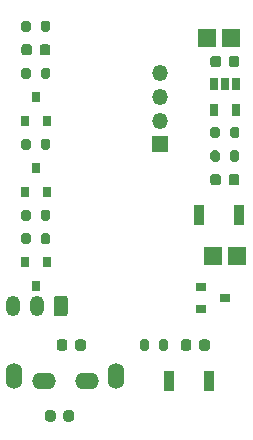
<source format=gbr>
G04 #@! TF.GenerationSoftware,KiCad,Pcbnew,(5.1.10)-1*
G04 #@! TF.CreationDate,2021-12-13T18:57:16+09:00*
G04 #@! TF.ProjectId,cat_toilet,6361745f-746f-4696-9c65-742e6b696361,rev?*
G04 #@! TF.SameCoordinates,Original*
G04 #@! TF.FileFunction,Soldermask,Bot*
G04 #@! TF.FilePolarity,Negative*
%FSLAX46Y46*%
G04 Gerber Fmt 4.6, Leading zero omitted, Abs format (unit mm)*
G04 Created by KiCad (PCBNEW (5.1.10)-1) date 2021-12-13 18:57:16*
%MOMM*%
%LPD*%
G01*
G04 APERTURE LIST*
%ADD10O,1.200000X1.750000*%
%ADD11R,1.500000X1.500000*%
%ADD12R,0.650000X1.060000*%
%ADD13O,2.000000X1.400000*%
%ADD14O,1.400000X2.200000*%
%ADD15R,0.900000X0.800000*%
%ADD16R,0.900000X1.700000*%
%ADD17R,0.800000X0.900000*%
%ADD18O,1.350000X1.350000*%
%ADD19R,1.350000X1.350000*%
G04 APERTURE END LIST*
D10*
X2100000Y-36200000D03*
X4100000Y-36200000D03*
G36*
G01*
X6700000Y-35574999D02*
X6700000Y-36825001D01*
G75*
G02*
X6450001Y-37075000I-249999J0D01*
G01*
X5749999Y-37075000D01*
G75*
G02*
X5500000Y-36825001I0J249999D01*
G01*
X5500000Y-35574999D01*
G75*
G02*
X5749999Y-35325000I249999J0D01*
G01*
X6450001Y-35325000D01*
G75*
G02*
X6700000Y-35574999I0J-249999D01*
G01*
G37*
D11*
X18500000Y-13500000D03*
X20500000Y-13500000D03*
D12*
X19050000Y-19600000D03*
X20950000Y-19600000D03*
X20950000Y-17400000D03*
X20000000Y-17400000D03*
X19050000Y-17400000D03*
D13*
X4700000Y-42500000D03*
X8300000Y-42500000D03*
D14*
X2175000Y-42100000D03*
X10825000Y-42100000D03*
D15*
X20000000Y-35500000D03*
X18000000Y-34550000D03*
X18000000Y-36450000D03*
D11*
X21000000Y-32000000D03*
X19000000Y-32000000D03*
D16*
X18700000Y-42500000D03*
X15300000Y-42500000D03*
X21200000Y-28500000D03*
X17800000Y-28500000D03*
G36*
G01*
X4425000Y-22775000D02*
X4425000Y-22225000D01*
G75*
G02*
X4625000Y-22025000I200000J0D01*
G01*
X5025000Y-22025000D01*
G75*
G02*
X5225000Y-22225000I0J-200000D01*
G01*
X5225000Y-22775000D01*
G75*
G02*
X5025000Y-22975000I-200000J0D01*
G01*
X4625000Y-22975000D01*
G75*
G02*
X4425000Y-22775000I0J200000D01*
G01*
G37*
G36*
G01*
X2775000Y-22775000D02*
X2775000Y-22225000D01*
G75*
G02*
X2975000Y-22025000I200000J0D01*
G01*
X3375000Y-22025000D01*
G75*
G02*
X3575000Y-22225000I0J-200000D01*
G01*
X3575000Y-22775000D01*
G75*
G02*
X3375000Y-22975000I-200000J0D01*
G01*
X2975000Y-22975000D01*
G75*
G02*
X2775000Y-22775000I0J200000D01*
G01*
G37*
G36*
G01*
X14425000Y-39775000D02*
X14425000Y-39225000D01*
G75*
G02*
X14625000Y-39025000I200000J0D01*
G01*
X15025000Y-39025000D01*
G75*
G02*
X15225000Y-39225000I0J-200000D01*
G01*
X15225000Y-39775000D01*
G75*
G02*
X15025000Y-39975000I-200000J0D01*
G01*
X14625000Y-39975000D01*
G75*
G02*
X14425000Y-39775000I0J200000D01*
G01*
G37*
G36*
G01*
X12775000Y-39775000D02*
X12775000Y-39225000D01*
G75*
G02*
X12975000Y-39025000I200000J0D01*
G01*
X13375000Y-39025000D01*
G75*
G02*
X13575000Y-39225000I0J-200000D01*
G01*
X13575000Y-39775000D01*
G75*
G02*
X13375000Y-39975000I-200000J0D01*
G01*
X12975000Y-39975000D01*
G75*
G02*
X12775000Y-39775000I0J200000D01*
G01*
G37*
G36*
G01*
X3575000Y-12225000D02*
X3575000Y-12775000D01*
G75*
G02*
X3375000Y-12975000I-200000J0D01*
G01*
X2975000Y-12975000D01*
G75*
G02*
X2775000Y-12775000I0J200000D01*
G01*
X2775000Y-12225000D01*
G75*
G02*
X2975000Y-12025000I200000J0D01*
G01*
X3375000Y-12025000D01*
G75*
G02*
X3575000Y-12225000I0J-200000D01*
G01*
G37*
G36*
G01*
X5225000Y-12225000D02*
X5225000Y-12775000D01*
G75*
G02*
X5025000Y-12975000I-200000J0D01*
G01*
X4625000Y-12975000D01*
G75*
G02*
X4425000Y-12775000I0J200000D01*
G01*
X4425000Y-12225000D01*
G75*
G02*
X4625000Y-12025000I200000J0D01*
G01*
X5025000Y-12025000D01*
G75*
G02*
X5225000Y-12225000I0J-200000D01*
G01*
G37*
G36*
G01*
X3575000Y-30225000D02*
X3575000Y-30775000D01*
G75*
G02*
X3375000Y-30975000I-200000J0D01*
G01*
X2975000Y-30975000D01*
G75*
G02*
X2775000Y-30775000I0J200000D01*
G01*
X2775000Y-30225000D01*
G75*
G02*
X2975000Y-30025000I200000J0D01*
G01*
X3375000Y-30025000D01*
G75*
G02*
X3575000Y-30225000I0J-200000D01*
G01*
G37*
G36*
G01*
X5225000Y-30225000D02*
X5225000Y-30775000D01*
G75*
G02*
X5025000Y-30975000I-200000J0D01*
G01*
X4625000Y-30975000D01*
G75*
G02*
X4425000Y-30775000I0J200000D01*
G01*
X4425000Y-30225000D01*
G75*
G02*
X4625000Y-30025000I200000J0D01*
G01*
X5025000Y-30025000D01*
G75*
G02*
X5225000Y-30225000I0J-200000D01*
G01*
G37*
G36*
G01*
X20425000Y-23775000D02*
X20425000Y-23225000D01*
G75*
G02*
X20625000Y-23025000I200000J0D01*
G01*
X21025000Y-23025000D01*
G75*
G02*
X21225000Y-23225000I0J-200000D01*
G01*
X21225000Y-23775000D01*
G75*
G02*
X21025000Y-23975000I-200000J0D01*
G01*
X20625000Y-23975000D01*
G75*
G02*
X20425000Y-23775000I0J200000D01*
G01*
G37*
G36*
G01*
X18775000Y-23775000D02*
X18775000Y-23225000D01*
G75*
G02*
X18975000Y-23025000I200000J0D01*
G01*
X19375000Y-23025000D01*
G75*
G02*
X19575000Y-23225000I0J-200000D01*
G01*
X19575000Y-23775000D01*
G75*
G02*
X19375000Y-23975000I-200000J0D01*
G01*
X18975000Y-23975000D01*
G75*
G02*
X18775000Y-23775000I0J200000D01*
G01*
G37*
G36*
G01*
X20425000Y-21775000D02*
X20425000Y-21225000D01*
G75*
G02*
X20625000Y-21025000I200000J0D01*
G01*
X21025000Y-21025000D01*
G75*
G02*
X21225000Y-21225000I0J-200000D01*
G01*
X21225000Y-21775000D01*
G75*
G02*
X21025000Y-21975000I-200000J0D01*
G01*
X20625000Y-21975000D01*
G75*
G02*
X20425000Y-21775000I0J200000D01*
G01*
G37*
G36*
G01*
X18775000Y-21775000D02*
X18775000Y-21225000D01*
G75*
G02*
X18975000Y-21025000I200000J0D01*
G01*
X19375000Y-21025000D01*
G75*
G02*
X19575000Y-21225000I0J-200000D01*
G01*
X19575000Y-21775000D01*
G75*
G02*
X19375000Y-21975000I-200000J0D01*
G01*
X18975000Y-21975000D01*
G75*
G02*
X18775000Y-21775000I0J200000D01*
G01*
G37*
G36*
G01*
X3575000Y-28225000D02*
X3575000Y-28775000D01*
G75*
G02*
X3375000Y-28975000I-200000J0D01*
G01*
X2975000Y-28975000D01*
G75*
G02*
X2775000Y-28775000I0J200000D01*
G01*
X2775000Y-28225000D01*
G75*
G02*
X2975000Y-28025000I200000J0D01*
G01*
X3375000Y-28025000D01*
G75*
G02*
X3575000Y-28225000I0J-200000D01*
G01*
G37*
G36*
G01*
X5225000Y-28225000D02*
X5225000Y-28775000D01*
G75*
G02*
X5025000Y-28975000I-200000J0D01*
G01*
X4625000Y-28975000D01*
G75*
G02*
X4425000Y-28775000I0J200000D01*
G01*
X4425000Y-28225000D01*
G75*
G02*
X4625000Y-28025000I200000J0D01*
G01*
X5025000Y-28025000D01*
G75*
G02*
X5225000Y-28225000I0J-200000D01*
G01*
G37*
G36*
G01*
X4425000Y-16775000D02*
X4425000Y-16225000D01*
G75*
G02*
X4625000Y-16025000I200000J0D01*
G01*
X5025000Y-16025000D01*
G75*
G02*
X5225000Y-16225000I0J-200000D01*
G01*
X5225000Y-16775000D01*
G75*
G02*
X5025000Y-16975000I-200000J0D01*
G01*
X4625000Y-16975000D01*
G75*
G02*
X4425000Y-16775000I0J200000D01*
G01*
G37*
G36*
G01*
X2775000Y-16775000D02*
X2775000Y-16225000D01*
G75*
G02*
X2975000Y-16025000I200000J0D01*
G01*
X3375000Y-16025000D01*
G75*
G02*
X3575000Y-16225000I0J-200000D01*
G01*
X3575000Y-16775000D01*
G75*
G02*
X3375000Y-16975000I-200000J0D01*
G01*
X2975000Y-16975000D01*
G75*
G02*
X2775000Y-16775000I0J200000D01*
G01*
G37*
D17*
X4000000Y-18500000D03*
X3050000Y-20500000D03*
X4950000Y-20500000D03*
X4000000Y-24500000D03*
X3050000Y-26500000D03*
X4950000Y-26500000D03*
X4000000Y-34500000D03*
X4950000Y-32500000D03*
X3050000Y-32500000D03*
D18*
X14500000Y-16500000D03*
X14500000Y-18500000D03*
X14500000Y-20500000D03*
D19*
X14500000Y-22500000D03*
G36*
G01*
X4325000Y-14750000D02*
X4325000Y-14250000D01*
G75*
G02*
X4550000Y-14025000I225000J0D01*
G01*
X5000000Y-14025000D01*
G75*
G02*
X5225000Y-14250000I0J-225000D01*
G01*
X5225000Y-14750000D01*
G75*
G02*
X5000000Y-14975000I-225000J0D01*
G01*
X4550000Y-14975000D01*
G75*
G02*
X4325000Y-14750000I0J225000D01*
G01*
G37*
G36*
G01*
X2775000Y-14750000D02*
X2775000Y-14250000D01*
G75*
G02*
X3000000Y-14025000I225000J0D01*
G01*
X3450000Y-14025000D01*
G75*
G02*
X3675000Y-14250000I0J-225000D01*
G01*
X3675000Y-14750000D01*
G75*
G02*
X3450000Y-14975000I-225000J0D01*
G01*
X3000000Y-14975000D01*
G75*
G02*
X2775000Y-14750000I0J225000D01*
G01*
G37*
G36*
G01*
X17825000Y-39750000D02*
X17825000Y-39250000D01*
G75*
G02*
X18050000Y-39025000I225000J0D01*
G01*
X18500000Y-39025000D01*
G75*
G02*
X18725000Y-39250000I0J-225000D01*
G01*
X18725000Y-39750000D01*
G75*
G02*
X18500000Y-39975000I-225000J0D01*
G01*
X18050000Y-39975000D01*
G75*
G02*
X17825000Y-39750000I0J225000D01*
G01*
G37*
G36*
G01*
X16275000Y-39750000D02*
X16275000Y-39250000D01*
G75*
G02*
X16500000Y-39025000I225000J0D01*
G01*
X16950000Y-39025000D01*
G75*
G02*
X17175000Y-39250000I0J-225000D01*
G01*
X17175000Y-39750000D01*
G75*
G02*
X16950000Y-39975000I-225000J0D01*
G01*
X16500000Y-39975000D01*
G75*
G02*
X16275000Y-39750000I0J225000D01*
G01*
G37*
G36*
G01*
X19675000Y-25250000D02*
X19675000Y-25750000D01*
G75*
G02*
X19450000Y-25975000I-225000J0D01*
G01*
X19000000Y-25975000D01*
G75*
G02*
X18775000Y-25750000I0J225000D01*
G01*
X18775000Y-25250000D01*
G75*
G02*
X19000000Y-25025000I225000J0D01*
G01*
X19450000Y-25025000D01*
G75*
G02*
X19675000Y-25250000I0J-225000D01*
G01*
G37*
G36*
G01*
X21225000Y-25250000D02*
X21225000Y-25750000D01*
G75*
G02*
X21000000Y-25975000I-225000J0D01*
G01*
X20550000Y-25975000D01*
G75*
G02*
X20325000Y-25750000I0J225000D01*
G01*
X20325000Y-25250000D01*
G75*
G02*
X20550000Y-25025000I225000J0D01*
G01*
X21000000Y-25025000D01*
G75*
G02*
X21225000Y-25250000I0J-225000D01*
G01*
G37*
G36*
G01*
X19675000Y-15250000D02*
X19675000Y-15750000D01*
G75*
G02*
X19450000Y-15975000I-225000J0D01*
G01*
X19000000Y-15975000D01*
G75*
G02*
X18775000Y-15750000I0J225000D01*
G01*
X18775000Y-15250000D01*
G75*
G02*
X19000000Y-15025000I225000J0D01*
G01*
X19450000Y-15025000D01*
G75*
G02*
X19675000Y-15250000I0J-225000D01*
G01*
G37*
G36*
G01*
X21225000Y-15250000D02*
X21225000Y-15750000D01*
G75*
G02*
X21000000Y-15975000I-225000J0D01*
G01*
X20550000Y-15975000D01*
G75*
G02*
X20325000Y-15750000I0J225000D01*
G01*
X20325000Y-15250000D01*
G75*
G02*
X20550000Y-15025000I225000J0D01*
G01*
X21000000Y-15025000D01*
G75*
G02*
X21225000Y-15250000I0J-225000D01*
G01*
G37*
G36*
G01*
X7325000Y-39750000D02*
X7325000Y-39250000D01*
G75*
G02*
X7550000Y-39025000I225000J0D01*
G01*
X8000000Y-39025000D01*
G75*
G02*
X8225000Y-39250000I0J-225000D01*
G01*
X8225000Y-39750000D01*
G75*
G02*
X8000000Y-39975000I-225000J0D01*
G01*
X7550000Y-39975000D01*
G75*
G02*
X7325000Y-39750000I0J225000D01*
G01*
G37*
G36*
G01*
X5775000Y-39750000D02*
X5775000Y-39250000D01*
G75*
G02*
X6000000Y-39025000I225000J0D01*
G01*
X6450000Y-39025000D01*
G75*
G02*
X6675000Y-39250000I0J-225000D01*
G01*
X6675000Y-39750000D01*
G75*
G02*
X6450000Y-39975000I-225000J0D01*
G01*
X6000000Y-39975000D01*
G75*
G02*
X5775000Y-39750000I0J225000D01*
G01*
G37*
G36*
G01*
X6325000Y-45750000D02*
X6325000Y-45250000D01*
G75*
G02*
X6550000Y-45025000I225000J0D01*
G01*
X7000000Y-45025000D01*
G75*
G02*
X7225000Y-45250000I0J-225000D01*
G01*
X7225000Y-45750000D01*
G75*
G02*
X7000000Y-45975000I-225000J0D01*
G01*
X6550000Y-45975000D01*
G75*
G02*
X6325000Y-45750000I0J225000D01*
G01*
G37*
G36*
G01*
X4775000Y-45750000D02*
X4775000Y-45250000D01*
G75*
G02*
X5000000Y-45025000I225000J0D01*
G01*
X5450000Y-45025000D01*
G75*
G02*
X5675000Y-45250000I0J-225000D01*
G01*
X5675000Y-45750000D01*
G75*
G02*
X5450000Y-45975000I-225000J0D01*
G01*
X5000000Y-45975000D01*
G75*
G02*
X4775000Y-45750000I0J225000D01*
G01*
G37*
M02*

</source>
